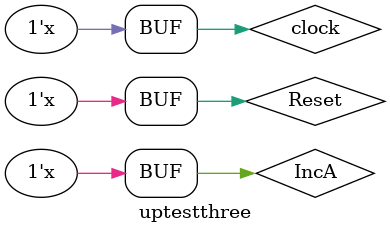
<source format=v>


module uptestthree;
reg IncA;
reg Reset;
reg clock;
wire [2:0]AddrA;

upcounterthree c1(IncA,Reset,clock,AddrA);
initial 
begin
Reset=1;
IncA=0;
clock=0;
#5 Reset=0;
IncA=1;
end



always #1 clock=~clock;
always #90 Reset=~Reset;
always #20 IncA=~IncA;

endmodule
</source>
